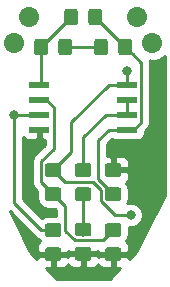
<source format=gbr>
G04 #@! TF.GenerationSoftware,KiCad,Pcbnew,5.0.2-bee76a0~70~ubuntu16.04.1*
G04 #@! TF.CreationDate,2020-01-28T21:52:51-08:00*
G04 #@! TF.ProjectId,touch-circuit-v1,746f7563-682d-4636-9972-637569742d76,rev?*
G04 #@! TF.SameCoordinates,Original*
G04 #@! TF.FileFunction,Copper,L1,Top*
G04 #@! TF.FilePolarity,Positive*
%FSLAX46Y46*%
G04 Gerber Fmt 4.6, Leading zero omitted, Abs format (unit mm)*
G04 Created by KiCad (PCBNEW 5.0.2-bee76a0~70~ubuntu16.04.1) date Tue 28 Jan 2020 09:52:51 PM PST*
%MOMM*%
%LPD*%
G01*
G04 APERTURE LIST*
G04 #@! TA.AperFunction,ComponentPad*
%ADD10C,1.700000*%
G04 #@! TD*
G04 #@! TA.AperFunction,Conductor*
%ADD11C,1.700000*%
G04 #@! TD*
G04 #@! TA.AperFunction,Conductor*
%ADD12C,0.100000*%
G04 #@! TD*
G04 #@! TA.AperFunction,SMDPad,CuDef*
%ADD13C,1.150000*%
G04 #@! TD*
G04 #@! TA.AperFunction,SMDPad,CuDef*
%ADD14R,1.750000X0.550000*%
G04 #@! TD*
G04 #@! TA.AperFunction,ViaPad*
%ADD15C,0.800000*%
G04 #@! TD*
G04 #@! TA.AperFunction,Conductor*
%ADD16C,0.250000*%
G04 #@! TD*
G04 #@! TA.AperFunction,Conductor*
%ADD17C,0.254000*%
G04 #@! TD*
G04 APERTURE END LIST*
D10*
G04 #@! TO.P,J2,2*
G04 #@! TO.N,/skin*
X158242000Y-93639705D03*
D11*
G04 #@! TD*
G04 #@! TO.N,/skin*
G04 #@! TO.C,J2*
X158242000Y-93639705D02*
X158242000Y-93639705D01*
D10*
G04 #@! TO.P,J2,1*
G04 #@! TO.N,/skin*
X156972000Y-91440000D03*
D11*
G04 #@! TD*
G04 #@! TO.N,/skin*
G04 #@! TO.C,J2*
X156972000Y-91440000D02*
X156972000Y-91440000D01*
D10*
G04 #@! TO.P,J1,2*
G04 #@! TO.N,/skin*
X146558000Y-93639705D03*
D11*
G04 #@! TD*
G04 #@! TO.N,/skin*
G04 #@! TO.C,J1*
X146558000Y-93639705D02*
X146558000Y-93639705D01*
D10*
G04 #@! TO.P,J1,1*
G04 #@! TO.N,/skin*
X147828000Y-91440000D03*
D11*
G04 #@! TD*
G04 #@! TO.N,/skin*
G04 #@! TO.C,J1*
X147828000Y-91440000D02*
X147828000Y-91440000D01*
D12*
G04 #@! TO.N,Net-(C1-Pad1)*
G04 #@! TO.C,C1*
G36*
X155414505Y-105861204D02*
X155438773Y-105864804D01*
X155462572Y-105870765D01*
X155485671Y-105879030D01*
X155507850Y-105889520D01*
X155528893Y-105902132D01*
X155548599Y-105916747D01*
X155566777Y-105933223D01*
X155583253Y-105951401D01*
X155597868Y-105971107D01*
X155610480Y-105992150D01*
X155620970Y-106014329D01*
X155629235Y-106037428D01*
X155635196Y-106061227D01*
X155638796Y-106085495D01*
X155640000Y-106109999D01*
X155640000Y-106760001D01*
X155638796Y-106784505D01*
X155635196Y-106808773D01*
X155629235Y-106832572D01*
X155620970Y-106855671D01*
X155610480Y-106877850D01*
X155597868Y-106898893D01*
X155583253Y-106918599D01*
X155566777Y-106936777D01*
X155548599Y-106953253D01*
X155528893Y-106967868D01*
X155507850Y-106980480D01*
X155485671Y-106990970D01*
X155462572Y-106999235D01*
X155438773Y-107005196D01*
X155414505Y-107008796D01*
X155390001Y-107010000D01*
X154489999Y-107010000D01*
X154465495Y-107008796D01*
X154441227Y-107005196D01*
X154417428Y-106999235D01*
X154394329Y-106990970D01*
X154372150Y-106980480D01*
X154351107Y-106967868D01*
X154331401Y-106953253D01*
X154313223Y-106936777D01*
X154296747Y-106918599D01*
X154282132Y-106898893D01*
X154269520Y-106877850D01*
X154259030Y-106855671D01*
X154250765Y-106832572D01*
X154244804Y-106808773D01*
X154241204Y-106784505D01*
X154240000Y-106760001D01*
X154240000Y-106109999D01*
X154241204Y-106085495D01*
X154244804Y-106061227D01*
X154250765Y-106037428D01*
X154259030Y-106014329D01*
X154269520Y-105992150D01*
X154282132Y-105971107D01*
X154296747Y-105951401D01*
X154313223Y-105933223D01*
X154331401Y-105916747D01*
X154351107Y-105902132D01*
X154372150Y-105889520D01*
X154394329Y-105879030D01*
X154417428Y-105870765D01*
X154441227Y-105864804D01*
X154465495Y-105861204D01*
X154489999Y-105860000D01*
X155390001Y-105860000D01*
X155414505Y-105861204D01*
X155414505Y-105861204D01*
G37*
D13*
G04 #@! TD*
G04 #@! TO.P,C1,1*
G04 #@! TO.N,Net-(C1-Pad1)*
X154940000Y-106435000D03*
D12*
G04 #@! TO.N,GND*
G04 #@! TO.C,C1*
G36*
X155414505Y-103811204D02*
X155438773Y-103814804D01*
X155462572Y-103820765D01*
X155485671Y-103829030D01*
X155507850Y-103839520D01*
X155528893Y-103852132D01*
X155548599Y-103866747D01*
X155566777Y-103883223D01*
X155583253Y-103901401D01*
X155597868Y-103921107D01*
X155610480Y-103942150D01*
X155620970Y-103964329D01*
X155629235Y-103987428D01*
X155635196Y-104011227D01*
X155638796Y-104035495D01*
X155640000Y-104059999D01*
X155640000Y-104710001D01*
X155638796Y-104734505D01*
X155635196Y-104758773D01*
X155629235Y-104782572D01*
X155620970Y-104805671D01*
X155610480Y-104827850D01*
X155597868Y-104848893D01*
X155583253Y-104868599D01*
X155566777Y-104886777D01*
X155548599Y-104903253D01*
X155528893Y-104917868D01*
X155507850Y-104930480D01*
X155485671Y-104940970D01*
X155462572Y-104949235D01*
X155438773Y-104955196D01*
X155414505Y-104958796D01*
X155390001Y-104960000D01*
X154489999Y-104960000D01*
X154465495Y-104958796D01*
X154441227Y-104955196D01*
X154417428Y-104949235D01*
X154394329Y-104940970D01*
X154372150Y-104930480D01*
X154351107Y-104917868D01*
X154331401Y-104903253D01*
X154313223Y-104886777D01*
X154296747Y-104868599D01*
X154282132Y-104848893D01*
X154269520Y-104827850D01*
X154259030Y-104805671D01*
X154250765Y-104782572D01*
X154244804Y-104758773D01*
X154241204Y-104734505D01*
X154240000Y-104710001D01*
X154240000Y-104059999D01*
X154241204Y-104035495D01*
X154244804Y-104011227D01*
X154250765Y-103987428D01*
X154259030Y-103964329D01*
X154269520Y-103942150D01*
X154282132Y-103921107D01*
X154296747Y-103901401D01*
X154313223Y-103883223D01*
X154331401Y-103866747D01*
X154351107Y-103852132D01*
X154372150Y-103839520D01*
X154394329Y-103829030D01*
X154417428Y-103820765D01*
X154441227Y-103814804D01*
X154465495Y-103811204D01*
X154489999Y-103810000D01*
X155390001Y-103810000D01*
X155414505Y-103811204D01*
X155414505Y-103811204D01*
G37*
D13*
G04 #@! TD*
G04 #@! TO.P,C1,2*
G04 #@! TO.N,GND*
X154940000Y-104385000D03*
D12*
G04 #@! TO.N,Net-(D1-Pad1)*
G04 #@! TO.C,D1*
G36*
X151234505Y-93281204D02*
X151258773Y-93284804D01*
X151282572Y-93290765D01*
X151305671Y-93299030D01*
X151327850Y-93309520D01*
X151348893Y-93322132D01*
X151368599Y-93336747D01*
X151386777Y-93353223D01*
X151403253Y-93371401D01*
X151417868Y-93391107D01*
X151430480Y-93412150D01*
X151440970Y-93434329D01*
X151449235Y-93457428D01*
X151455196Y-93481227D01*
X151458796Y-93505495D01*
X151460000Y-93529999D01*
X151460000Y-94430001D01*
X151458796Y-94454505D01*
X151455196Y-94478773D01*
X151449235Y-94502572D01*
X151440970Y-94525671D01*
X151430480Y-94547850D01*
X151417868Y-94568893D01*
X151403253Y-94588599D01*
X151386777Y-94606777D01*
X151368599Y-94623253D01*
X151348893Y-94637868D01*
X151327850Y-94650480D01*
X151305671Y-94660970D01*
X151282572Y-94669235D01*
X151258773Y-94675196D01*
X151234505Y-94678796D01*
X151210001Y-94680000D01*
X150559999Y-94680000D01*
X150535495Y-94678796D01*
X150511227Y-94675196D01*
X150487428Y-94669235D01*
X150464329Y-94660970D01*
X150442150Y-94650480D01*
X150421107Y-94637868D01*
X150401401Y-94623253D01*
X150383223Y-94606777D01*
X150366747Y-94588599D01*
X150352132Y-94568893D01*
X150339520Y-94547850D01*
X150329030Y-94525671D01*
X150320765Y-94502572D01*
X150314804Y-94478773D01*
X150311204Y-94454505D01*
X150310000Y-94430001D01*
X150310000Y-93529999D01*
X150311204Y-93505495D01*
X150314804Y-93481227D01*
X150320765Y-93457428D01*
X150329030Y-93434329D01*
X150339520Y-93412150D01*
X150352132Y-93391107D01*
X150366747Y-93371401D01*
X150383223Y-93353223D01*
X150401401Y-93336747D01*
X150421107Y-93322132D01*
X150442150Y-93309520D01*
X150464329Y-93299030D01*
X150487428Y-93290765D01*
X150511227Y-93284804D01*
X150535495Y-93281204D01*
X150559999Y-93280000D01*
X151210001Y-93280000D01*
X151234505Y-93281204D01*
X151234505Y-93281204D01*
G37*
D13*
G04 #@! TD*
G04 #@! TO.P,D1,1*
G04 #@! TO.N,Net-(D1-Pad1)*
X150885000Y-93980000D03*
D12*
G04 #@! TO.N,Net-(D1-Pad2)*
G04 #@! TO.C,D1*
G36*
X149184505Y-93281204D02*
X149208773Y-93284804D01*
X149232572Y-93290765D01*
X149255671Y-93299030D01*
X149277850Y-93309520D01*
X149298893Y-93322132D01*
X149318599Y-93336747D01*
X149336777Y-93353223D01*
X149353253Y-93371401D01*
X149367868Y-93391107D01*
X149380480Y-93412150D01*
X149390970Y-93434329D01*
X149399235Y-93457428D01*
X149405196Y-93481227D01*
X149408796Y-93505495D01*
X149410000Y-93529999D01*
X149410000Y-94430001D01*
X149408796Y-94454505D01*
X149405196Y-94478773D01*
X149399235Y-94502572D01*
X149390970Y-94525671D01*
X149380480Y-94547850D01*
X149367868Y-94568893D01*
X149353253Y-94588599D01*
X149336777Y-94606777D01*
X149318599Y-94623253D01*
X149298893Y-94637868D01*
X149277850Y-94650480D01*
X149255671Y-94660970D01*
X149232572Y-94669235D01*
X149208773Y-94675196D01*
X149184505Y-94678796D01*
X149160001Y-94680000D01*
X148509999Y-94680000D01*
X148485495Y-94678796D01*
X148461227Y-94675196D01*
X148437428Y-94669235D01*
X148414329Y-94660970D01*
X148392150Y-94650480D01*
X148371107Y-94637868D01*
X148351401Y-94623253D01*
X148333223Y-94606777D01*
X148316747Y-94588599D01*
X148302132Y-94568893D01*
X148289520Y-94547850D01*
X148279030Y-94525671D01*
X148270765Y-94502572D01*
X148264804Y-94478773D01*
X148261204Y-94454505D01*
X148260000Y-94430001D01*
X148260000Y-93529999D01*
X148261204Y-93505495D01*
X148264804Y-93481227D01*
X148270765Y-93457428D01*
X148279030Y-93434329D01*
X148289520Y-93412150D01*
X148302132Y-93391107D01*
X148316747Y-93371401D01*
X148333223Y-93353223D01*
X148351401Y-93336747D01*
X148371107Y-93322132D01*
X148392150Y-93309520D01*
X148414329Y-93299030D01*
X148437428Y-93290765D01*
X148461227Y-93284804D01*
X148485495Y-93281204D01*
X148509999Y-93280000D01*
X149160001Y-93280000D01*
X149184505Y-93281204D01*
X149184505Y-93281204D01*
G37*
D13*
G04 #@! TD*
G04 #@! TO.P,D1,2*
G04 #@! TO.N,Net-(D1-Pad2)*
X148835000Y-93980000D03*
D12*
G04 #@! TO.N,Net-(D2-Pad1)*
G04 #@! TO.C,D2*
G36*
X152874505Y-105861204D02*
X152898773Y-105864804D01*
X152922572Y-105870765D01*
X152945671Y-105879030D01*
X152967850Y-105889520D01*
X152988893Y-105902132D01*
X153008599Y-105916747D01*
X153026777Y-105933223D01*
X153043253Y-105951401D01*
X153057868Y-105971107D01*
X153070480Y-105992150D01*
X153080970Y-106014329D01*
X153089235Y-106037428D01*
X153095196Y-106061227D01*
X153098796Y-106085495D01*
X153100000Y-106109999D01*
X153100000Y-106760001D01*
X153098796Y-106784505D01*
X153095196Y-106808773D01*
X153089235Y-106832572D01*
X153080970Y-106855671D01*
X153070480Y-106877850D01*
X153057868Y-106898893D01*
X153043253Y-106918599D01*
X153026777Y-106936777D01*
X153008599Y-106953253D01*
X152988893Y-106967868D01*
X152967850Y-106980480D01*
X152945671Y-106990970D01*
X152922572Y-106999235D01*
X152898773Y-107005196D01*
X152874505Y-107008796D01*
X152850001Y-107010000D01*
X151949999Y-107010000D01*
X151925495Y-107008796D01*
X151901227Y-107005196D01*
X151877428Y-106999235D01*
X151854329Y-106990970D01*
X151832150Y-106980480D01*
X151811107Y-106967868D01*
X151791401Y-106953253D01*
X151773223Y-106936777D01*
X151756747Y-106918599D01*
X151742132Y-106898893D01*
X151729520Y-106877850D01*
X151719030Y-106855671D01*
X151710765Y-106832572D01*
X151704804Y-106808773D01*
X151701204Y-106784505D01*
X151700000Y-106760001D01*
X151700000Y-106109999D01*
X151701204Y-106085495D01*
X151704804Y-106061227D01*
X151710765Y-106037428D01*
X151719030Y-106014329D01*
X151729520Y-105992150D01*
X151742132Y-105971107D01*
X151756747Y-105951401D01*
X151773223Y-105933223D01*
X151791401Y-105916747D01*
X151811107Y-105902132D01*
X151832150Y-105889520D01*
X151854329Y-105879030D01*
X151877428Y-105870765D01*
X151901227Y-105864804D01*
X151925495Y-105861204D01*
X151949999Y-105860000D01*
X152850001Y-105860000D01*
X152874505Y-105861204D01*
X152874505Y-105861204D01*
G37*
D13*
G04 #@! TD*
G04 #@! TO.P,D2,1*
G04 #@! TO.N,Net-(D2-Pad1)*
X152400000Y-106435000D03*
D12*
G04 #@! TO.N,Net-(D2-Pad2)*
G04 #@! TO.C,D2*
G36*
X152874505Y-103811204D02*
X152898773Y-103814804D01*
X152922572Y-103820765D01*
X152945671Y-103829030D01*
X152967850Y-103839520D01*
X152988893Y-103852132D01*
X153008599Y-103866747D01*
X153026777Y-103883223D01*
X153043253Y-103901401D01*
X153057868Y-103921107D01*
X153070480Y-103942150D01*
X153080970Y-103964329D01*
X153089235Y-103987428D01*
X153095196Y-104011227D01*
X153098796Y-104035495D01*
X153100000Y-104059999D01*
X153100000Y-104710001D01*
X153098796Y-104734505D01*
X153095196Y-104758773D01*
X153089235Y-104782572D01*
X153080970Y-104805671D01*
X153070480Y-104827850D01*
X153057868Y-104848893D01*
X153043253Y-104868599D01*
X153026777Y-104886777D01*
X153008599Y-104903253D01*
X152988893Y-104917868D01*
X152967850Y-104930480D01*
X152945671Y-104940970D01*
X152922572Y-104949235D01*
X152898773Y-104955196D01*
X152874505Y-104958796D01*
X152850001Y-104960000D01*
X151949999Y-104960000D01*
X151925495Y-104958796D01*
X151901227Y-104955196D01*
X151877428Y-104949235D01*
X151854329Y-104940970D01*
X151832150Y-104930480D01*
X151811107Y-104917868D01*
X151791401Y-104903253D01*
X151773223Y-104886777D01*
X151756747Y-104868599D01*
X151742132Y-104848893D01*
X151729520Y-104827850D01*
X151719030Y-104805671D01*
X151710765Y-104782572D01*
X151704804Y-104758773D01*
X151701204Y-104734505D01*
X151700000Y-104710001D01*
X151700000Y-104059999D01*
X151701204Y-104035495D01*
X151704804Y-104011227D01*
X151710765Y-103987428D01*
X151719030Y-103964329D01*
X151729520Y-103942150D01*
X151742132Y-103921107D01*
X151756747Y-103901401D01*
X151773223Y-103883223D01*
X151791401Y-103866747D01*
X151811107Y-103852132D01*
X151832150Y-103839520D01*
X151854329Y-103829030D01*
X151877428Y-103820765D01*
X151901227Y-103814804D01*
X151925495Y-103811204D01*
X151949999Y-103810000D01*
X152850001Y-103810000D01*
X152874505Y-103811204D01*
X152874505Y-103811204D01*
G37*
D13*
G04 #@! TD*
G04 #@! TO.P,D2,2*
G04 #@! TO.N,Net-(D2-Pad2)*
X152400000Y-104385000D03*
D12*
G04 #@! TO.N,GND*
G04 #@! TO.C,R1*
G36*
X150334505Y-110941204D02*
X150358773Y-110944804D01*
X150382572Y-110950765D01*
X150405671Y-110959030D01*
X150427850Y-110969520D01*
X150448893Y-110982132D01*
X150468599Y-110996747D01*
X150486777Y-111013223D01*
X150503253Y-111031401D01*
X150517868Y-111051107D01*
X150530480Y-111072150D01*
X150540970Y-111094329D01*
X150549235Y-111117428D01*
X150555196Y-111141227D01*
X150558796Y-111165495D01*
X150560000Y-111189999D01*
X150560000Y-111840001D01*
X150558796Y-111864505D01*
X150555196Y-111888773D01*
X150549235Y-111912572D01*
X150540970Y-111935671D01*
X150530480Y-111957850D01*
X150517868Y-111978893D01*
X150503253Y-111998599D01*
X150486777Y-112016777D01*
X150468599Y-112033253D01*
X150448893Y-112047868D01*
X150427850Y-112060480D01*
X150405671Y-112070970D01*
X150382572Y-112079235D01*
X150358773Y-112085196D01*
X150334505Y-112088796D01*
X150310001Y-112090000D01*
X149409999Y-112090000D01*
X149385495Y-112088796D01*
X149361227Y-112085196D01*
X149337428Y-112079235D01*
X149314329Y-112070970D01*
X149292150Y-112060480D01*
X149271107Y-112047868D01*
X149251401Y-112033253D01*
X149233223Y-112016777D01*
X149216747Y-111998599D01*
X149202132Y-111978893D01*
X149189520Y-111957850D01*
X149179030Y-111935671D01*
X149170765Y-111912572D01*
X149164804Y-111888773D01*
X149161204Y-111864505D01*
X149160000Y-111840001D01*
X149160000Y-111189999D01*
X149161204Y-111165495D01*
X149164804Y-111141227D01*
X149170765Y-111117428D01*
X149179030Y-111094329D01*
X149189520Y-111072150D01*
X149202132Y-111051107D01*
X149216747Y-111031401D01*
X149233223Y-111013223D01*
X149251401Y-110996747D01*
X149271107Y-110982132D01*
X149292150Y-110969520D01*
X149314329Y-110959030D01*
X149337428Y-110950765D01*
X149361227Y-110944804D01*
X149385495Y-110941204D01*
X149409999Y-110940000D01*
X150310001Y-110940000D01*
X150334505Y-110941204D01*
X150334505Y-110941204D01*
G37*
D13*
G04 #@! TD*
G04 #@! TO.P,R1,2*
G04 #@! TO.N,GND*
X149860000Y-111515000D03*
D12*
G04 #@! TO.N,/skin*
G04 #@! TO.C,R1*
G36*
X150334505Y-108891204D02*
X150358773Y-108894804D01*
X150382572Y-108900765D01*
X150405671Y-108909030D01*
X150427850Y-108919520D01*
X150448893Y-108932132D01*
X150468599Y-108946747D01*
X150486777Y-108963223D01*
X150503253Y-108981401D01*
X150517868Y-109001107D01*
X150530480Y-109022150D01*
X150540970Y-109044329D01*
X150549235Y-109067428D01*
X150555196Y-109091227D01*
X150558796Y-109115495D01*
X150560000Y-109139999D01*
X150560000Y-109790001D01*
X150558796Y-109814505D01*
X150555196Y-109838773D01*
X150549235Y-109862572D01*
X150540970Y-109885671D01*
X150530480Y-109907850D01*
X150517868Y-109928893D01*
X150503253Y-109948599D01*
X150486777Y-109966777D01*
X150468599Y-109983253D01*
X150448893Y-109997868D01*
X150427850Y-110010480D01*
X150405671Y-110020970D01*
X150382572Y-110029235D01*
X150358773Y-110035196D01*
X150334505Y-110038796D01*
X150310001Y-110040000D01*
X149409999Y-110040000D01*
X149385495Y-110038796D01*
X149361227Y-110035196D01*
X149337428Y-110029235D01*
X149314329Y-110020970D01*
X149292150Y-110010480D01*
X149271107Y-109997868D01*
X149251401Y-109983253D01*
X149233223Y-109966777D01*
X149216747Y-109948599D01*
X149202132Y-109928893D01*
X149189520Y-109907850D01*
X149179030Y-109885671D01*
X149170765Y-109862572D01*
X149164804Y-109838773D01*
X149161204Y-109814505D01*
X149160000Y-109790001D01*
X149160000Y-109139999D01*
X149161204Y-109115495D01*
X149164804Y-109091227D01*
X149170765Y-109067428D01*
X149179030Y-109044329D01*
X149189520Y-109022150D01*
X149202132Y-109001107D01*
X149216747Y-108981401D01*
X149233223Y-108963223D01*
X149251401Y-108946747D01*
X149271107Y-108932132D01*
X149292150Y-108919520D01*
X149314329Y-108909030D01*
X149337428Y-108900765D01*
X149361227Y-108894804D01*
X149385495Y-108891204D01*
X149409999Y-108890000D01*
X150310001Y-108890000D01*
X150334505Y-108891204D01*
X150334505Y-108891204D01*
G37*
D13*
G04 #@! TD*
G04 #@! TO.P,R1,1*
G04 #@! TO.N,/skin*
X149860000Y-109465000D03*
D12*
G04 #@! TO.N,+3V3*
G04 #@! TO.C,R2*
G36*
X150334505Y-103811204D02*
X150358773Y-103814804D01*
X150382572Y-103820765D01*
X150405671Y-103829030D01*
X150427850Y-103839520D01*
X150448893Y-103852132D01*
X150468599Y-103866747D01*
X150486777Y-103883223D01*
X150503253Y-103901401D01*
X150517868Y-103921107D01*
X150530480Y-103942150D01*
X150540970Y-103964329D01*
X150549235Y-103987428D01*
X150555196Y-104011227D01*
X150558796Y-104035495D01*
X150560000Y-104059999D01*
X150560000Y-104710001D01*
X150558796Y-104734505D01*
X150555196Y-104758773D01*
X150549235Y-104782572D01*
X150540970Y-104805671D01*
X150530480Y-104827850D01*
X150517868Y-104848893D01*
X150503253Y-104868599D01*
X150486777Y-104886777D01*
X150468599Y-104903253D01*
X150448893Y-104917868D01*
X150427850Y-104930480D01*
X150405671Y-104940970D01*
X150382572Y-104949235D01*
X150358773Y-104955196D01*
X150334505Y-104958796D01*
X150310001Y-104960000D01*
X149409999Y-104960000D01*
X149385495Y-104958796D01*
X149361227Y-104955196D01*
X149337428Y-104949235D01*
X149314329Y-104940970D01*
X149292150Y-104930480D01*
X149271107Y-104917868D01*
X149251401Y-104903253D01*
X149233223Y-104886777D01*
X149216747Y-104868599D01*
X149202132Y-104848893D01*
X149189520Y-104827850D01*
X149179030Y-104805671D01*
X149170765Y-104782572D01*
X149164804Y-104758773D01*
X149161204Y-104734505D01*
X149160000Y-104710001D01*
X149160000Y-104059999D01*
X149161204Y-104035495D01*
X149164804Y-104011227D01*
X149170765Y-103987428D01*
X149179030Y-103964329D01*
X149189520Y-103942150D01*
X149202132Y-103921107D01*
X149216747Y-103901401D01*
X149233223Y-103883223D01*
X149251401Y-103866747D01*
X149271107Y-103852132D01*
X149292150Y-103839520D01*
X149314329Y-103829030D01*
X149337428Y-103820765D01*
X149361227Y-103814804D01*
X149385495Y-103811204D01*
X149409999Y-103810000D01*
X150310001Y-103810000D01*
X150334505Y-103811204D01*
X150334505Y-103811204D01*
G37*
D13*
G04 #@! TD*
G04 #@! TO.P,R2,1*
G04 #@! TO.N,+3V3*
X149860000Y-104385000D03*
D12*
G04 #@! TO.N,Net-(R2-Pad2)*
G04 #@! TO.C,R2*
G36*
X150334505Y-105861204D02*
X150358773Y-105864804D01*
X150382572Y-105870765D01*
X150405671Y-105879030D01*
X150427850Y-105889520D01*
X150448893Y-105902132D01*
X150468599Y-105916747D01*
X150486777Y-105933223D01*
X150503253Y-105951401D01*
X150517868Y-105971107D01*
X150530480Y-105992150D01*
X150540970Y-106014329D01*
X150549235Y-106037428D01*
X150555196Y-106061227D01*
X150558796Y-106085495D01*
X150560000Y-106109999D01*
X150560000Y-106760001D01*
X150558796Y-106784505D01*
X150555196Y-106808773D01*
X150549235Y-106832572D01*
X150540970Y-106855671D01*
X150530480Y-106877850D01*
X150517868Y-106898893D01*
X150503253Y-106918599D01*
X150486777Y-106936777D01*
X150468599Y-106953253D01*
X150448893Y-106967868D01*
X150427850Y-106980480D01*
X150405671Y-106990970D01*
X150382572Y-106999235D01*
X150358773Y-107005196D01*
X150334505Y-107008796D01*
X150310001Y-107010000D01*
X149409999Y-107010000D01*
X149385495Y-107008796D01*
X149361227Y-107005196D01*
X149337428Y-106999235D01*
X149314329Y-106990970D01*
X149292150Y-106980480D01*
X149271107Y-106967868D01*
X149251401Y-106953253D01*
X149233223Y-106936777D01*
X149216747Y-106918599D01*
X149202132Y-106898893D01*
X149189520Y-106877850D01*
X149179030Y-106855671D01*
X149170765Y-106832572D01*
X149164804Y-106808773D01*
X149161204Y-106784505D01*
X149160000Y-106760001D01*
X149160000Y-106109999D01*
X149161204Y-106085495D01*
X149164804Y-106061227D01*
X149170765Y-106037428D01*
X149179030Y-106014329D01*
X149189520Y-105992150D01*
X149202132Y-105971107D01*
X149216747Y-105951401D01*
X149233223Y-105933223D01*
X149251401Y-105916747D01*
X149271107Y-105902132D01*
X149292150Y-105889520D01*
X149314329Y-105879030D01*
X149337428Y-105870765D01*
X149361227Y-105864804D01*
X149385495Y-105861204D01*
X149409999Y-105860000D01*
X150310001Y-105860000D01*
X150334505Y-105861204D01*
X150334505Y-105861204D01*
G37*
D13*
G04 #@! TD*
G04 #@! TO.P,R2,2*
G04 #@! TO.N,Net-(R2-Pad2)*
X149860000Y-106435000D03*
D12*
G04 #@! TO.N,GND*
G04 #@! TO.C,R3*
G36*
X155414505Y-110941204D02*
X155438773Y-110944804D01*
X155462572Y-110950765D01*
X155485671Y-110959030D01*
X155507850Y-110969520D01*
X155528893Y-110982132D01*
X155548599Y-110996747D01*
X155566777Y-111013223D01*
X155583253Y-111031401D01*
X155597868Y-111051107D01*
X155610480Y-111072150D01*
X155620970Y-111094329D01*
X155629235Y-111117428D01*
X155635196Y-111141227D01*
X155638796Y-111165495D01*
X155640000Y-111189999D01*
X155640000Y-111840001D01*
X155638796Y-111864505D01*
X155635196Y-111888773D01*
X155629235Y-111912572D01*
X155620970Y-111935671D01*
X155610480Y-111957850D01*
X155597868Y-111978893D01*
X155583253Y-111998599D01*
X155566777Y-112016777D01*
X155548599Y-112033253D01*
X155528893Y-112047868D01*
X155507850Y-112060480D01*
X155485671Y-112070970D01*
X155462572Y-112079235D01*
X155438773Y-112085196D01*
X155414505Y-112088796D01*
X155390001Y-112090000D01*
X154489999Y-112090000D01*
X154465495Y-112088796D01*
X154441227Y-112085196D01*
X154417428Y-112079235D01*
X154394329Y-112070970D01*
X154372150Y-112060480D01*
X154351107Y-112047868D01*
X154331401Y-112033253D01*
X154313223Y-112016777D01*
X154296747Y-111998599D01*
X154282132Y-111978893D01*
X154269520Y-111957850D01*
X154259030Y-111935671D01*
X154250765Y-111912572D01*
X154244804Y-111888773D01*
X154241204Y-111864505D01*
X154240000Y-111840001D01*
X154240000Y-111189999D01*
X154241204Y-111165495D01*
X154244804Y-111141227D01*
X154250765Y-111117428D01*
X154259030Y-111094329D01*
X154269520Y-111072150D01*
X154282132Y-111051107D01*
X154296747Y-111031401D01*
X154313223Y-111013223D01*
X154331401Y-110996747D01*
X154351107Y-110982132D01*
X154372150Y-110969520D01*
X154394329Y-110959030D01*
X154417428Y-110950765D01*
X154441227Y-110944804D01*
X154465495Y-110941204D01*
X154489999Y-110940000D01*
X155390001Y-110940000D01*
X155414505Y-110941204D01*
X155414505Y-110941204D01*
G37*
D13*
G04 #@! TD*
G04 #@! TO.P,R3,2*
G04 #@! TO.N,GND*
X154940000Y-111515000D03*
D12*
G04 #@! TO.N,Net-(R2-Pad2)*
G04 #@! TO.C,R3*
G36*
X155414505Y-108891204D02*
X155438773Y-108894804D01*
X155462572Y-108900765D01*
X155485671Y-108909030D01*
X155507850Y-108919520D01*
X155528893Y-108932132D01*
X155548599Y-108946747D01*
X155566777Y-108963223D01*
X155583253Y-108981401D01*
X155597868Y-109001107D01*
X155610480Y-109022150D01*
X155620970Y-109044329D01*
X155629235Y-109067428D01*
X155635196Y-109091227D01*
X155638796Y-109115495D01*
X155640000Y-109139999D01*
X155640000Y-109790001D01*
X155638796Y-109814505D01*
X155635196Y-109838773D01*
X155629235Y-109862572D01*
X155620970Y-109885671D01*
X155610480Y-109907850D01*
X155597868Y-109928893D01*
X155583253Y-109948599D01*
X155566777Y-109966777D01*
X155548599Y-109983253D01*
X155528893Y-109997868D01*
X155507850Y-110010480D01*
X155485671Y-110020970D01*
X155462572Y-110029235D01*
X155438773Y-110035196D01*
X155414505Y-110038796D01*
X155390001Y-110040000D01*
X154489999Y-110040000D01*
X154465495Y-110038796D01*
X154441227Y-110035196D01*
X154417428Y-110029235D01*
X154394329Y-110020970D01*
X154372150Y-110010480D01*
X154351107Y-109997868D01*
X154331401Y-109983253D01*
X154313223Y-109966777D01*
X154296747Y-109948599D01*
X154282132Y-109928893D01*
X154269520Y-109907850D01*
X154259030Y-109885671D01*
X154250765Y-109862572D01*
X154244804Y-109838773D01*
X154241204Y-109814505D01*
X154240000Y-109790001D01*
X154240000Y-109139999D01*
X154241204Y-109115495D01*
X154244804Y-109091227D01*
X154250765Y-109067428D01*
X154259030Y-109044329D01*
X154269520Y-109022150D01*
X154282132Y-109001107D01*
X154296747Y-108981401D01*
X154313223Y-108963223D01*
X154331401Y-108946747D01*
X154351107Y-108932132D01*
X154372150Y-108919520D01*
X154394329Y-108909030D01*
X154417428Y-108900765D01*
X154441227Y-108894804D01*
X154465495Y-108891204D01*
X154489999Y-108890000D01*
X155390001Y-108890000D01*
X155414505Y-108891204D01*
X155414505Y-108891204D01*
G37*
D13*
G04 #@! TD*
G04 #@! TO.P,R3,1*
G04 #@! TO.N,Net-(R2-Pad2)*
X154940000Y-109465000D03*
D12*
G04 #@! TO.N,Net-(C1-Pad1)*
G04 #@! TO.C,R4*
G36*
X153774505Y-90741204D02*
X153798773Y-90744804D01*
X153822572Y-90750765D01*
X153845671Y-90759030D01*
X153867850Y-90769520D01*
X153888893Y-90782132D01*
X153908599Y-90796747D01*
X153926777Y-90813223D01*
X153943253Y-90831401D01*
X153957868Y-90851107D01*
X153970480Y-90872150D01*
X153980970Y-90894329D01*
X153989235Y-90917428D01*
X153995196Y-90941227D01*
X153998796Y-90965495D01*
X154000000Y-90989999D01*
X154000000Y-91890001D01*
X153998796Y-91914505D01*
X153995196Y-91938773D01*
X153989235Y-91962572D01*
X153980970Y-91985671D01*
X153970480Y-92007850D01*
X153957868Y-92028893D01*
X153943253Y-92048599D01*
X153926777Y-92066777D01*
X153908599Y-92083253D01*
X153888893Y-92097868D01*
X153867850Y-92110480D01*
X153845671Y-92120970D01*
X153822572Y-92129235D01*
X153798773Y-92135196D01*
X153774505Y-92138796D01*
X153750001Y-92140000D01*
X153099999Y-92140000D01*
X153075495Y-92138796D01*
X153051227Y-92135196D01*
X153027428Y-92129235D01*
X153004329Y-92120970D01*
X152982150Y-92110480D01*
X152961107Y-92097868D01*
X152941401Y-92083253D01*
X152923223Y-92066777D01*
X152906747Y-92048599D01*
X152892132Y-92028893D01*
X152879520Y-92007850D01*
X152869030Y-91985671D01*
X152860765Y-91962572D01*
X152854804Y-91938773D01*
X152851204Y-91914505D01*
X152850000Y-91890001D01*
X152850000Y-90989999D01*
X152851204Y-90965495D01*
X152854804Y-90941227D01*
X152860765Y-90917428D01*
X152869030Y-90894329D01*
X152879520Y-90872150D01*
X152892132Y-90851107D01*
X152906747Y-90831401D01*
X152923223Y-90813223D01*
X152941401Y-90796747D01*
X152961107Y-90782132D01*
X152982150Y-90769520D01*
X153004329Y-90759030D01*
X153027428Y-90750765D01*
X153051227Y-90744804D01*
X153075495Y-90741204D01*
X153099999Y-90740000D01*
X153750001Y-90740000D01*
X153774505Y-90741204D01*
X153774505Y-90741204D01*
G37*
D13*
G04 #@! TD*
G04 #@! TO.P,R4,2*
G04 #@! TO.N,Net-(C1-Pad1)*
X153425000Y-91440000D03*
D12*
G04 #@! TO.N,Net-(D1-Pad2)*
G04 #@! TO.C,R4*
G36*
X151724505Y-90741204D02*
X151748773Y-90744804D01*
X151772572Y-90750765D01*
X151795671Y-90759030D01*
X151817850Y-90769520D01*
X151838893Y-90782132D01*
X151858599Y-90796747D01*
X151876777Y-90813223D01*
X151893253Y-90831401D01*
X151907868Y-90851107D01*
X151920480Y-90872150D01*
X151930970Y-90894329D01*
X151939235Y-90917428D01*
X151945196Y-90941227D01*
X151948796Y-90965495D01*
X151950000Y-90989999D01*
X151950000Y-91890001D01*
X151948796Y-91914505D01*
X151945196Y-91938773D01*
X151939235Y-91962572D01*
X151930970Y-91985671D01*
X151920480Y-92007850D01*
X151907868Y-92028893D01*
X151893253Y-92048599D01*
X151876777Y-92066777D01*
X151858599Y-92083253D01*
X151838893Y-92097868D01*
X151817850Y-92110480D01*
X151795671Y-92120970D01*
X151772572Y-92129235D01*
X151748773Y-92135196D01*
X151724505Y-92138796D01*
X151700001Y-92140000D01*
X151049999Y-92140000D01*
X151025495Y-92138796D01*
X151001227Y-92135196D01*
X150977428Y-92129235D01*
X150954329Y-92120970D01*
X150932150Y-92110480D01*
X150911107Y-92097868D01*
X150891401Y-92083253D01*
X150873223Y-92066777D01*
X150856747Y-92048599D01*
X150842132Y-92028893D01*
X150829520Y-92007850D01*
X150819030Y-91985671D01*
X150810765Y-91962572D01*
X150804804Y-91938773D01*
X150801204Y-91914505D01*
X150800000Y-91890001D01*
X150800000Y-90989999D01*
X150801204Y-90965495D01*
X150804804Y-90941227D01*
X150810765Y-90917428D01*
X150819030Y-90894329D01*
X150829520Y-90872150D01*
X150842132Y-90851107D01*
X150856747Y-90831401D01*
X150873223Y-90813223D01*
X150891401Y-90796747D01*
X150911107Y-90782132D01*
X150932150Y-90769520D01*
X150954329Y-90759030D01*
X150977428Y-90750765D01*
X151001227Y-90744804D01*
X151025495Y-90741204D01*
X151049999Y-90740000D01*
X151700001Y-90740000D01*
X151724505Y-90741204D01*
X151724505Y-90741204D01*
G37*
D13*
G04 #@! TD*
G04 #@! TO.P,R4,1*
G04 #@! TO.N,Net-(D1-Pad2)*
X151375000Y-91440000D03*
D12*
G04 #@! TO.N,Net-(D1-Pad1)*
G04 #@! TO.C,R5*
G36*
X154264505Y-93281204D02*
X154288773Y-93284804D01*
X154312572Y-93290765D01*
X154335671Y-93299030D01*
X154357850Y-93309520D01*
X154378893Y-93322132D01*
X154398599Y-93336747D01*
X154416777Y-93353223D01*
X154433253Y-93371401D01*
X154447868Y-93391107D01*
X154460480Y-93412150D01*
X154470970Y-93434329D01*
X154479235Y-93457428D01*
X154485196Y-93481227D01*
X154488796Y-93505495D01*
X154490000Y-93529999D01*
X154490000Y-94430001D01*
X154488796Y-94454505D01*
X154485196Y-94478773D01*
X154479235Y-94502572D01*
X154470970Y-94525671D01*
X154460480Y-94547850D01*
X154447868Y-94568893D01*
X154433253Y-94588599D01*
X154416777Y-94606777D01*
X154398599Y-94623253D01*
X154378893Y-94637868D01*
X154357850Y-94650480D01*
X154335671Y-94660970D01*
X154312572Y-94669235D01*
X154288773Y-94675196D01*
X154264505Y-94678796D01*
X154240001Y-94680000D01*
X153589999Y-94680000D01*
X153565495Y-94678796D01*
X153541227Y-94675196D01*
X153517428Y-94669235D01*
X153494329Y-94660970D01*
X153472150Y-94650480D01*
X153451107Y-94637868D01*
X153431401Y-94623253D01*
X153413223Y-94606777D01*
X153396747Y-94588599D01*
X153382132Y-94568893D01*
X153369520Y-94547850D01*
X153359030Y-94525671D01*
X153350765Y-94502572D01*
X153344804Y-94478773D01*
X153341204Y-94454505D01*
X153340000Y-94430001D01*
X153340000Y-93529999D01*
X153341204Y-93505495D01*
X153344804Y-93481227D01*
X153350765Y-93457428D01*
X153359030Y-93434329D01*
X153369520Y-93412150D01*
X153382132Y-93391107D01*
X153396747Y-93371401D01*
X153413223Y-93353223D01*
X153431401Y-93336747D01*
X153451107Y-93322132D01*
X153472150Y-93309520D01*
X153494329Y-93299030D01*
X153517428Y-93290765D01*
X153541227Y-93284804D01*
X153565495Y-93281204D01*
X153589999Y-93280000D01*
X154240001Y-93280000D01*
X154264505Y-93281204D01*
X154264505Y-93281204D01*
G37*
D13*
G04 #@! TD*
G04 #@! TO.P,R5,1*
G04 #@! TO.N,Net-(D1-Pad1)*
X153915000Y-93980000D03*
D12*
G04 #@! TO.N,Net-(C1-Pad1)*
G04 #@! TO.C,R5*
G36*
X156314505Y-93281204D02*
X156338773Y-93284804D01*
X156362572Y-93290765D01*
X156385671Y-93299030D01*
X156407850Y-93309520D01*
X156428893Y-93322132D01*
X156448599Y-93336747D01*
X156466777Y-93353223D01*
X156483253Y-93371401D01*
X156497868Y-93391107D01*
X156510480Y-93412150D01*
X156520970Y-93434329D01*
X156529235Y-93457428D01*
X156535196Y-93481227D01*
X156538796Y-93505495D01*
X156540000Y-93529999D01*
X156540000Y-94430001D01*
X156538796Y-94454505D01*
X156535196Y-94478773D01*
X156529235Y-94502572D01*
X156520970Y-94525671D01*
X156510480Y-94547850D01*
X156497868Y-94568893D01*
X156483253Y-94588599D01*
X156466777Y-94606777D01*
X156448599Y-94623253D01*
X156428893Y-94637868D01*
X156407850Y-94650480D01*
X156385671Y-94660970D01*
X156362572Y-94669235D01*
X156338773Y-94675196D01*
X156314505Y-94678796D01*
X156290001Y-94680000D01*
X155639999Y-94680000D01*
X155615495Y-94678796D01*
X155591227Y-94675196D01*
X155567428Y-94669235D01*
X155544329Y-94660970D01*
X155522150Y-94650480D01*
X155501107Y-94637868D01*
X155481401Y-94623253D01*
X155463223Y-94606777D01*
X155446747Y-94588599D01*
X155432132Y-94568893D01*
X155419520Y-94547850D01*
X155409030Y-94525671D01*
X155400765Y-94502572D01*
X155394804Y-94478773D01*
X155391204Y-94454505D01*
X155390000Y-94430001D01*
X155390000Y-93529999D01*
X155391204Y-93505495D01*
X155394804Y-93481227D01*
X155400765Y-93457428D01*
X155409030Y-93434329D01*
X155419520Y-93412150D01*
X155432132Y-93391107D01*
X155446747Y-93371401D01*
X155463223Y-93353223D01*
X155481401Y-93336747D01*
X155501107Y-93322132D01*
X155522150Y-93309520D01*
X155544329Y-93299030D01*
X155567428Y-93290765D01*
X155591227Y-93284804D01*
X155615495Y-93281204D01*
X155639999Y-93280000D01*
X156290001Y-93280000D01*
X156314505Y-93281204D01*
X156314505Y-93281204D01*
G37*
D13*
G04 #@! TD*
G04 #@! TO.P,R5,2*
G04 #@! TO.N,Net-(C1-Pad1)*
X155965000Y-93980000D03*
D12*
G04 #@! TO.N,Net-(D2-Pad1)*
G04 #@! TO.C,R6*
G36*
X152874505Y-108871204D02*
X152898773Y-108874804D01*
X152922572Y-108880765D01*
X152945671Y-108889030D01*
X152967850Y-108899520D01*
X152988893Y-108912132D01*
X153008599Y-108926747D01*
X153026777Y-108943223D01*
X153043253Y-108961401D01*
X153057868Y-108981107D01*
X153070480Y-109002150D01*
X153080970Y-109024329D01*
X153089235Y-109047428D01*
X153095196Y-109071227D01*
X153098796Y-109095495D01*
X153100000Y-109119999D01*
X153100000Y-109770001D01*
X153098796Y-109794505D01*
X153095196Y-109818773D01*
X153089235Y-109842572D01*
X153080970Y-109865671D01*
X153070480Y-109887850D01*
X153057868Y-109908893D01*
X153043253Y-109928599D01*
X153026777Y-109946777D01*
X153008599Y-109963253D01*
X152988893Y-109977868D01*
X152967850Y-109990480D01*
X152945671Y-110000970D01*
X152922572Y-110009235D01*
X152898773Y-110015196D01*
X152874505Y-110018796D01*
X152850001Y-110020000D01*
X151949999Y-110020000D01*
X151925495Y-110018796D01*
X151901227Y-110015196D01*
X151877428Y-110009235D01*
X151854329Y-110000970D01*
X151832150Y-109990480D01*
X151811107Y-109977868D01*
X151791401Y-109963253D01*
X151773223Y-109946777D01*
X151756747Y-109928599D01*
X151742132Y-109908893D01*
X151729520Y-109887850D01*
X151719030Y-109865671D01*
X151710765Y-109842572D01*
X151704804Y-109818773D01*
X151701204Y-109794505D01*
X151700000Y-109770001D01*
X151700000Y-109119999D01*
X151701204Y-109095495D01*
X151704804Y-109071227D01*
X151710765Y-109047428D01*
X151719030Y-109024329D01*
X151729520Y-109002150D01*
X151742132Y-108981107D01*
X151756747Y-108961401D01*
X151773223Y-108943223D01*
X151791401Y-108926747D01*
X151811107Y-108912132D01*
X151832150Y-108899520D01*
X151854329Y-108889030D01*
X151877428Y-108880765D01*
X151901227Y-108874804D01*
X151925495Y-108871204D01*
X151949999Y-108870000D01*
X152850001Y-108870000D01*
X152874505Y-108871204D01*
X152874505Y-108871204D01*
G37*
D13*
G04 #@! TD*
G04 #@! TO.P,R6,1*
G04 #@! TO.N,Net-(D2-Pad1)*
X152400000Y-109445000D03*
D12*
G04 #@! TO.N,GND*
G04 #@! TO.C,R6*
G36*
X152874505Y-110921204D02*
X152898773Y-110924804D01*
X152922572Y-110930765D01*
X152945671Y-110939030D01*
X152967850Y-110949520D01*
X152988893Y-110962132D01*
X153008599Y-110976747D01*
X153026777Y-110993223D01*
X153043253Y-111011401D01*
X153057868Y-111031107D01*
X153070480Y-111052150D01*
X153080970Y-111074329D01*
X153089235Y-111097428D01*
X153095196Y-111121227D01*
X153098796Y-111145495D01*
X153100000Y-111169999D01*
X153100000Y-111820001D01*
X153098796Y-111844505D01*
X153095196Y-111868773D01*
X153089235Y-111892572D01*
X153080970Y-111915671D01*
X153070480Y-111937850D01*
X153057868Y-111958893D01*
X153043253Y-111978599D01*
X153026777Y-111996777D01*
X153008599Y-112013253D01*
X152988893Y-112027868D01*
X152967850Y-112040480D01*
X152945671Y-112050970D01*
X152922572Y-112059235D01*
X152898773Y-112065196D01*
X152874505Y-112068796D01*
X152850001Y-112070000D01*
X151949999Y-112070000D01*
X151925495Y-112068796D01*
X151901227Y-112065196D01*
X151877428Y-112059235D01*
X151854329Y-112050970D01*
X151832150Y-112040480D01*
X151811107Y-112027868D01*
X151791401Y-112013253D01*
X151773223Y-111996777D01*
X151756747Y-111978599D01*
X151742132Y-111958893D01*
X151729520Y-111937850D01*
X151719030Y-111915671D01*
X151710765Y-111892572D01*
X151704804Y-111868773D01*
X151701204Y-111844505D01*
X151700000Y-111820001D01*
X151700000Y-111169999D01*
X151701204Y-111145495D01*
X151704804Y-111121227D01*
X151710765Y-111097428D01*
X151719030Y-111074329D01*
X151729520Y-111052150D01*
X151742132Y-111031107D01*
X151756747Y-111011401D01*
X151773223Y-110993223D01*
X151791401Y-110976747D01*
X151811107Y-110962132D01*
X151832150Y-110949520D01*
X151854329Y-110939030D01*
X151877428Y-110930765D01*
X151901227Y-110924804D01*
X151925495Y-110921204D01*
X151949999Y-110920000D01*
X152850001Y-110920000D01*
X152874505Y-110921204D01*
X152874505Y-110921204D01*
G37*
D13*
G04 #@! TD*
G04 #@! TO.P,R6,2*
G04 #@! TO.N,GND*
X152400000Y-111495000D03*
D14*
G04 #@! TO.P,U1,1*
G04 #@! TO.N,Net-(D1-Pad2)*
X148700000Y-97155000D03*
G04 #@! TO.P,U1,2*
G04 #@! TO.N,Net-(R2-Pad2)*
X148700000Y-98425000D03*
G04 #@! TO.P,U1,3*
G04 #@! TO.N,/skin*
X148700000Y-99695000D03*
G04 #@! TO.P,U1,4*
G04 #@! TO.N,GND*
X148700000Y-100965000D03*
G04 #@! TO.P,U1,5*
G04 #@! TO.N,Net-(C1-Pad1)*
X156100000Y-100965000D03*
G04 #@! TO.P,U1,6*
G04 #@! TO.N,Net-(D2-Pad2)*
X156100000Y-99695000D03*
G04 #@! TO.P,U1,7*
X156100000Y-98425000D03*
G04 #@! TO.P,U1,8*
G04 #@! TO.N,+3V3*
X156100000Y-97155000D03*
G04 #@! TD*
D15*
G04 #@! TO.N,+3V3*
X156083000Y-96012000D03*
X156464000Y-108204000D03*
G04 #@! TO.N,GND*
X156972000Y-106172000D03*
X147828000Y-106172000D03*
G04 #@! TO.N,/skin*
X146558000Y-99695000D03*
G04 #@! TD*
D16*
G04 #@! TO.N,+3V3*
X156100000Y-96029000D02*
X156083000Y-96012000D01*
X156100000Y-97155000D02*
X156100000Y-96029000D01*
X154559000Y-97155000D02*
X156100000Y-97155000D01*
X151384000Y-100330000D02*
X154559000Y-97155000D01*
X151384000Y-102861000D02*
X151384000Y-100330000D01*
X149860000Y-104385000D02*
X151384000Y-102861000D01*
X155120810Y-108204000D02*
X156464000Y-108204000D01*
X153914990Y-106998180D02*
X155120810Y-108204000D01*
X149860000Y-104385000D02*
X150885000Y-105410000D01*
X150885000Y-105410000D02*
X153278590Y-105410000D01*
X153278590Y-105410000D02*
X153914990Y-106046400D01*
X153914990Y-106046400D02*
X153914990Y-106998180D01*
G04 #@! TO.N,Net-(C1-Pad1)*
X153425000Y-91440000D02*
X155965000Y-93980000D01*
X156588372Y-94603372D02*
X155965000Y-93980000D01*
X157300001Y-95315001D02*
X156588372Y-94603372D01*
X157300001Y-100364999D02*
X157300001Y-95315001D01*
X156700000Y-100965000D02*
X157300001Y-100364999D01*
X156100000Y-100965000D02*
X156700000Y-100965000D01*
X154559000Y-100965000D02*
X156100000Y-100965000D01*
X153670000Y-105165000D02*
X153670000Y-101854000D01*
X153670000Y-101854000D02*
X154559000Y-100965000D01*
X154940000Y-106435000D02*
X153670000Y-105165000D01*
G04 #@! TO.N,Net-(D1-Pad1)*
X150885000Y-93980000D02*
X153915000Y-93980000D01*
G04 #@! TO.N,Net-(D1-Pad2)*
X150751628Y-92063372D02*
X148835000Y-93980000D01*
X151375000Y-91440000D02*
X150751628Y-92063372D01*
X148835000Y-97020000D02*
X148700000Y-97155000D01*
X148835000Y-93980000D02*
X148835000Y-97020000D01*
G04 #@! TO.N,Net-(D2-Pad1)*
X152400000Y-106435000D02*
X152400000Y-109445000D01*
G04 #@! TO.N,Net-(D2-Pad2)*
X156100000Y-98425000D02*
X156100000Y-99695000D01*
X154305000Y-99695000D02*
X156100000Y-99695000D01*
X152400000Y-101600000D02*
X154305000Y-99695000D01*
X152400000Y-104385000D02*
X152400000Y-101600000D01*
G04 #@! TO.N,Net-(R2-Pad2)*
X154316628Y-110088372D02*
X154940000Y-109465000D01*
X154059990Y-110345010D02*
X154316628Y-110088372D01*
X151711820Y-110345010D02*
X154059990Y-110345010D01*
X150885010Y-109518200D02*
X151711820Y-110345010D01*
X150885010Y-107460010D02*
X150885010Y-109518200D01*
X149860000Y-106435000D02*
X150885010Y-107460010D01*
X149900001Y-99025001D02*
X149300000Y-98425000D01*
X149300000Y-98425000D02*
X148700000Y-98425000D01*
X149860000Y-106435000D02*
X148834990Y-105409990D01*
X149900001Y-102575999D02*
X149900001Y-99025001D01*
X148834990Y-105409990D02*
X148834990Y-103641010D01*
X148834990Y-103641010D02*
X149900001Y-102575999D01*
G04 #@! TO.N,/skin*
X148700000Y-99695000D02*
X146558000Y-99695000D01*
X149851000Y-109474000D02*
X149860000Y-109465000D01*
X148844000Y-109474000D02*
X149851000Y-109474000D01*
X146558000Y-107188000D02*
X148844000Y-109474000D01*
X146558000Y-99695000D02*
X146558000Y-107188000D01*
G04 #@! TD*
D17*
G04 #@! TO.N,GND*
G36*
X159310000Y-106512391D02*
X156896484Y-111339425D01*
X156275000Y-111960909D01*
X156275000Y-111800750D01*
X156116250Y-111642000D01*
X155067000Y-111642000D01*
X155067000Y-112566250D01*
X155225750Y-112725000D01*
X155510910Y-112725000D01*
X154645910Y-113590000D01*
X150154091Y-113590000D01*
X149289091Y-112725000D01*
X149574250Y-112725000D01*
X149733000Y-112566250D01*
X149733000Y-111642000D01*
X149987000Y-111642000D01*
X149987000Y-112566250D01*
X150145750Y-112725000D01*
X150686310Y-112725000D01*
X150919699Y-112628327D01*
X151098327Y-112449698D01*
X151134142Y-112363233D01*
X151161673Y-112429698D01*
X151340301Y-112608327D01*
X151573690Y-112705000D01*
X152114250Y-112705000D01*
X152273000Y-112546250D01*
X152273000Y-111622000D01*
X152527000Y-111622000D01*
X152527000Y-112546250D01*
X152685750Y-112705000D01*
X153226310Y-112705000D01*
X153459699Y-112608327D01*
X153638327Y-112429698D01*
X153665858Y-112363233D01*
X153701673Y-112449698D01*
X153880301Y-112628327D01*
X154113690Y-112725000D01*
X154654250Y-112725000D01*
X154813000Y-112566250D01*
X154813000Y-111642000D01*
X153763750Y-111642000D01*
X153680000Y-111725750D01*
X153576250Y-111622000D01*
X152527000Y-111622000D01*
X152273000Y-111622000D01*
X151223750Y-111622000D01*
X151120000Y-111725750D01*
X151036250Y-111642000D01*
X149987000Y-111642000D01*
X149733000Y-111642000D01*
X148683750Y-111642000D01*
X148525000Y-111800750D01*
X148525000Y-111960910D01*
X147903518Y-111339428D01*
X146172408Y-107877209D01*
X148253671Y-109958473D01*
X148296071Y-110021929D01*
X148547463Y-110189904D01*
X148629509Y-110206224D01*
X148775414Y-110424586D01*
X148776597Y-110425377D01*
X148621673Y-110580302D01*
X148525000Y-110813691D01*
X148525000Y-111229250D01*
X148683750Y-111388000D01*
X149733000Y-111388000D01*
X149733000Y-111368000D01*
X149987000Y-111368000D01*
X149987000Y-111388000D01*
X151036250Y-111388000D01*
X151140000Y-111284250D01*
X151223750Y-111368000D01*
X152273000Y-111368000D01*
X152273000Y-111348000D01*
X152527000Y-111348000D01*
X152527000Y-111368000D01*
X153576250Y-111368000D01*
X153660000Y-111284250D01*
X153763750Y-111388000D01*
X154813000Y-111388000D01*
X154813000Y-111368000D01*
X155067000Y-111368000D01*
X155067000Y-111388000D01*
X156116250Y-111388000D01*
X156275000Y-111229250D01*
X156275000Y-110813691D01*
X156178327Y-110580302D01*
X156023403Y-110425377D01*
X156024586Y-110424586D01*
X156219127Y-110133436D01*
X156287440Y-109790001D01*
X156287440Y-109239000D01*
X156669874Y-109239000D01*
X157050280Y-109081431D01*
X157341431Y-108790280D01*
X157499000Y-108409874D01*
X157499000Y-107998126D01*
X157341431Y-107617720D01*
X157050280Y-107326569D01*
X156669874Y-107169000D01*
X156258126Y-107169000D01*
X156143629Y-107216426D01*
X156219127Y-107103436D01*
X156287440Y-106760001D01*
X156287440Y-106109999D01*
X156219127Y-105766564D01*
X156024586Y-105475414D01*
X156023403Y-105474623D01*
X156178327Y-105319698D01*
X156275000Y-105086309D01*
X156275000Y-104670750D01*
X156116250Y-104512000D01*
X155067000Y-104512000D01*
X155067000Y-104532000D01*
X154813000Y-104532000D01*
X154813000Y-104512000D01*
X154793000Y-104512000D01*
X154793000Y-104258000D01*
X154813000Y-104258000D01*
X154813000Y-103333750D01*
X155067000Y-103333750D01*
X155067000Y-104258000D01*
X156116250Y-104258000D01*
X156275000Y-104099250D01*
X156275000Y-103683691D01*
X156178327Y-103450302D01*
X155999699Y-103271673D01*
X155766310Y-103175000D01*
X155225750Y-103175000D01*
X155067000Y-103333750D01*
X154813000Y-103333750D01*
X154654250Y-103175000D01*
X154430000Y-103175000D01*
X154430000Y-102168801D01*
X154847399Y-101751403D01*
X154977235Y-101838157D01*
X155225000Y-101887440D01*
X156975000Y-101887440D01*
X157222765Y-101838157D01*
X157432809Y-101697809D01*
X157573157Y-101487765D01*
X157622440Y-101240000D01*
X157622440Y-101117362D01*
X157784474Y-100955328D01*
X157847930Y-100912928D01*
X158015905Y-100661536D01*
X158060001Y-100439851D01*
X158060001Y-100439847D01*
X158074889Y-100364999D01*
X158060001Y-100290151D01*
X158060001Y-95389847D01*
X158074889Y-95315000D01*
X158060001Y-95240153D01*
X158060001Y-95240149D01*
X158034619Y-95112547D01*
X158095744Y-95124705D01*
X158388256Y-95124705D01*
X158821418Y-95038544D01*
X159310001Y-94712083D01*
X159310000Y-106512391D01*
X159310000Y-106512391D01*
G37*
X159310000Y-106512391D02*
X156896484Y-111339425D01*
X156275000Y-111960909D01*
X156275000Y-111800750D01*
X156116250Y-111642000D01*
X155067000Y-111642000D01*
X155067000Y-112566250D01*
X155225750Y-112725000D01*
X155510910Y-112725000D01*
X154645910Y-113590000D01*
X150154091Y-113590000D01*
X149289091Y-112725000D01*
X149574250Y-112725000D01*
X149733000Y-112566250D01*
X149733000Y-111642000D01*
X149987000Y-111642000D01*
X149987000Y-112566250D01*
X150145750Y-112725000D01*
X150686310Y-112725000D01*
X150919699Y-112628327D01*
X151098327Y-112449698D01*
X151134142Y-112363233D01*
X151161673Y-112429698D01*
X151340301Y-112608327D01*
X151573690Y-112705000D01*
X152114250Y-112705000D01*
X152273000Y-112546250D01*
X152273000Y-111622000D01*
X152527000Y-111622000D01*
X152527000Y-112546250D01*
X152685750Y-112705000D01*
X153226310Y-112705000D01*
X153459699Y-112608327D01*
X153638327Y-112429698D01*
X153665858Y-112363233D01*
X153701673Y-112449698D01*
X153880301Y-112628327D01*
X154113690Y-112725000D01*
X154654250Y-112725000D01*
X154813000Y-112566250D01*
X154813000Y-111642000D01*
X153763750Y-111642000D01*
X153680000Y-111725750D01*
X153576250Y-111622000D01*
X152527000Y-111622000D01*
X152273000Y-111622000D01*
X151223750Y-111622000D01*
X151120000Y-111725750D01*
X151036250Y-111642000D01*
X149987000Y-111642000D01*
X149733000Y-111642000D01*
X148683750Y-111642000D01*
X148525000Y-111800750D01*
X148525000Y-111960910D01*
X147903518Y-111339428D01*
X146172408Y-107877209D01*
X148253671Y-109958473D01*
X148296071Y-110021929D01*
X148547463Y-110189904D01*
X148629509Y-110206224D01*
X148775414Y-110424586D01*
X148776597Y-110425377D01*
X148621673Y-110580302D01*
X148525000Y-110813691D01*
X148525000Y-111229250D01*
X148683750Y-111388000D01*
X149733000Y-111388000D01*
X149733000Y-111368000D01*
X149987000Y-111368000D01*
X149987000Y-111388000D01*
X151036250Y-111388000D01*
X151140000Y-111284250D01*
X151223750Y-111368000D01*
X152273000Y-111368000D01*
X152273000Y-111348000D01*
X152527000Y-111348000D01*
X152527000Y-111368000D01*
X153576250Y-111368000D01*
X153660000Y-111284250D01*
X153763750Y-111388000D01*
X154813000Y-111388000D01*
X154813000Y-111368000D01*
X155067000Y-111368000D01*
X155067000Y-111388000D01*
X156116250Y-111388000D01*
X156275000Y-111229250D01*
X156275000Y-110813691D01*
X156178327Y-110580302D01*
X156023403Y-110425377D01*
X156024586Y-110424586D01*
X156219127Y-110133436D01*
X156287440Y-109790001D01*
X156287440Y-109239000D01*
X156669874Y-109239000D01*
X157050280Y-109081431D01*
X157341431Y-108790280D01*
X157499000Y-108409874D01*
X157499000Y-107998126D01*
X157341431Y-107617720D01*
X157050280Y-107326569D01*
X156669874Y-107169000D01*
X156258126Y-107169000D01*
X156143629Y-107216426D01*
X156219127Y-107103436D01*
X156287440Y-106760001D01*
X156287440Y-106109999D01*
X156219127Y-105766564D01*
X156024586Y-105475414D01*
X156023403Y-105474623D01*
X156178327Y-105319698D01*
X156275000Y-105086309D01*
X156275000Y-104670750D01*
X156116250Y-104512000D01*
X155067000Y-104512000D01*
X155067000Y-104532000D01*
X154813000Y-104532000D01*
X154813000Y-104512000D01*
X154793000Y-104512000D01*
X154793000Y-104258000D01*
X154813000Y-104258000D01*
X154813000Y-103333750D01*
X155067000Y-103333750D01*
X155067000Y-104258000D01*
X156116250Y-104258000D01*
X156275000Y-104099250D01*
X156275000Y-103683691D01*
X156178327Y-103450302D01*
X155999699Y-103271673D01*
X155766310Y-103175000D01*
X155225750Y-103175000D01*
X155067000Y-103333750D01*
X154813000Y-103333750D01*
X154654250Y-103175000D01*
X154430000Y-103175000D01*
X154430000Y-102168801D01*
X154847399Y-101751403D01*
X154977235Y-101838157D01*
X155225000Y-101887440D01*
X156975000Y-101887440D01*
X157222765Y-101838157D01*
X157432809Y-101697809D01*
X157573157Y-101487765D01*
X157622440Y-101240000D01*
X157622440Y-101117362D01*
X157784474Y-100955328D01*
X157847930Y-100912928D01*
X158015905Y-100661536D01*
X158060001Y-100439851D01*
X158060001Y-100439847D01*
X158074889Y-100364999D01*
X158060001Y-100290151D01*
X158060001Y-95389847D01*
X158074889Y-95315000D01*
X158060001Y-95240153D01*
X158060001Y-95240149D01*
X158034619Y-95112547D01*
X158095744Y-95124705D01*
X158388256Y-95124705D01*
X158821418Y-95038544D01*
X159310001Y-94712083D01*
X159310000Y-106512391D01*
G36*
X148827000Y-100838000D02*
X148847000Y-100838000D01*
X148847000Y-101092000D01*
X148827000Y-101092000D01*
X148827000Y-101716250D01*
X148985750Y-101875000D01*
X149140001Y-101875000D01*
X149140001Y-102261197D01*
X148350518Y-103050681D01*
X148287062Y-103093081D01*
X148244662Y-103156537D01*
X148244661Y-103156538D01*
X148119087Y-103344473D01*
X148060102Y-103641010D01*
X148074991Y-103715862D01*
X148074990Y-105335143D01*
X148060102Y-105409990D01*
X148074990Y-105484837D01*
X148074990Y-105484841D01*
X148119086Y-105706526D01*
X148287061Y-105957919D01*
X148350520Y-106000321D01*
X148512560Y-106162361D01*
X148512560Y-106760001D01*
X148580873Y-107103436D01*
X148775414Y-107394586D01*
X149066564Y-107589127D01*
X149409999Y-107657440D01*
X150007638Y-107657440D01*
X150125010Y-107774812D01*
X150125010Y-108242560D01*
X149409999Y-108242560D01*
X149066564Y-108310873D01*
X148880200Y-108435398D01*
X147318000Y-106873199D01*
X147318000Y-101631026D01*
X147465302Y-101778327D01*
X147698691Y-101875000D01*
X148414250Y-101875000D01*
X148573000Y-101716250D01*
X148573000Y-101092000D01*
X148553000Y-101092000D01*
X148553000Y-100838000D01*
X148573000Y-100838000D01*
X148573000Y-100818000D01*
X148827000Y-100818000D01*
X148827000Y-100838000D01*
X148827000Y-100838000D01*
G37*
X148827000Y-100838000D02*
X148847000Y-100838000D01*
X148847000Y-101092000D01*
X148827000Y-101092000D01*
X148827000Y-101716250D01*
X148985750Y-101875000D01*
X149140001Y-101875000D01*
X149140001Y-102261197D01*
X148350518Y-103050681D01*
X148287062Y-103093081D01*
X148244662Y-103156537D01*
X148244661Y-103156538D01*
X148119087Y-103344473D01*
X148060102Y-103641010D01*
X148074991Y-103715862D01*
X148074990Y-105335143D01*
X148060102Y-105409990D01*
X148074990Y-105484837D01*
X148074990Y-105484841D01*
X148119086Y-105706526D01*
X148287061Y-105957919D01*
X148350520Y-106000321D01*
X148512560Y-106162361D01*
X148512560Y-106760001D01*
X148580873Y-107103436D01*
X148775414Y-107394586D01*
X149066564Y-107589127D01*
X149409999Y-107657440D01*
X150007638Y-107657440D01*
X150125010Y-107774812D01*
X150125010Y-108242560D01*
X149409999Y-108242560D01*
X149066564Y-108310873D01*
X148880200Y-108435398D01*
X147318000Y-106873199D01*
X147318000Y-101631026D01*
X147465302Y-101778327D01*
X147698691Y-101875000D01*
X148414250Y-101875000D01*
X148573000Y-101716250D01*
X148573000Y-101092000D01*
X148553000Y-101092000D01*
X148553000Y-100838000D01*
X148573000Y-100838000D01*
X148573000Y-100818000D01*
X148827000Y-100818000D01*
X148827000Y-100838000D01*
G04 #@! TD*
M02*

</source>
